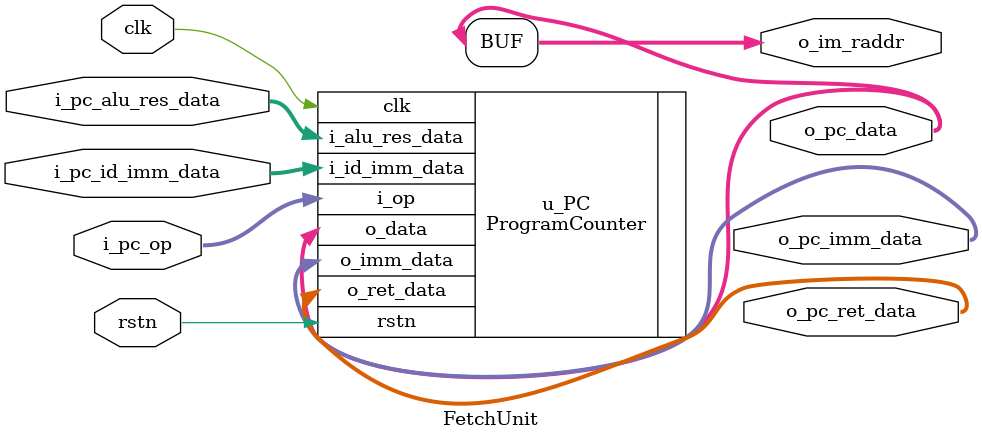
<source format=sv>

`default_nettype none

module FetchUnit # (
  parameter int XLEN = 32
)(
  input var clk,
  input var rstn,

  // Program Counter
  input var         [2:0]       i_pc_op,
  input var         [XLEN-1:0]  i_pc_id_imm_data,
  input var         [XLEN-1:0]  i_pc_alu_res_data,
  output var logic  [XLEN-1:0]  o_pc_data,
  output var logic  [XLEN-1:0]  o_pc_imm_data,
  output var logic  [XLEN-1:0]  o_pc_ret_data,

  // Instruction Memory Bus
  output var logic  [XLEN-1:0]  o_im_raddr
);


/* Program Counter */
ProgramCounter # (.XLEN(XLEN)) u_PC (
  .clk            (clk),
  .rstn           (rstn),
  .i_op           (i_pc_op),
  .i_id_imm_data  (i_pc_id_imm_data),
  .i_alu_res_data (i_pc_alu_res_data),
  .o_data         (o_pc_data),
  .o_imm_data     (o_pc_imm_data),
  .o_ret_data     (o_pc_ret_data)
);


/* Instruction Memory Bus */
assign o_im_raddr = o_pc_data;


endmodule

</source>
